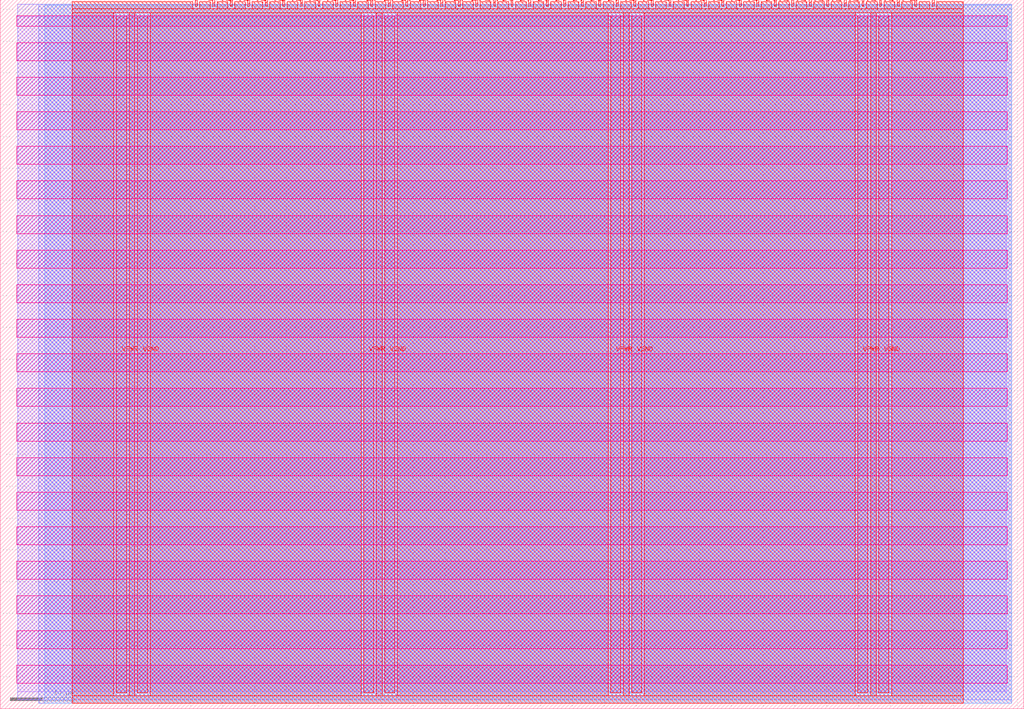
<source format=lef>
VERSION 5.7 ;
  NOWIREEXTENSIONATPIN ON ;
  DIVIDERCHAR "/" ;
  BUSBITCHARS "[]" ;
MACRO tt_um_tinytapeout_logo_screensaver
  CLASS BLOCK ;
  FOREIGN tt_um_tinytapeout_logo_screensaver ;
  ORIGIN 0.000 0.000 ;
  SIZE 161.000 BY 111.520 ;
  PIN VGND
    DIRECTION INOUT ;
    USE GROUND ;
    PORT
      LAYER met4 ;
        RECT 21.580 2.480 23.180 109.040 ;
    END
    PORT
      LAYER met4 ;
        RECT 60.450 2.480 62.050 109.040 ;
    END
    PORT
      LAYER met4 ;
        RECT 99.320 2.480 100.920 109.040 ;
    END
    PORT
      LAYER met4 ;
        RECT 138.190 2.480 139.790 109.040 ;
    END
  END VGND
  PIN VPWR
    DIRECTION INOUT ;
    USE POWER ;
    PORT
      LAYER met4 ;
        RECT 18.280 2.480 19.880 109.040 ;
    END
    PORT
      LAYER met4 ;
        RECT 57.150 2.480 58.750 109.040 ;
    END
    PORT
      LAYER met4 ;
        RECT 96.020 2.480 97.620 109.040 ;
    END
    PORT
      LAYER met4 ;
        RECT 134.890 2.480 136.490 109.040 ;
    END
  END VPWR
  PIN clk
    DIRECTION INPUT ;
    USE SIGNAL ;
    ANTENNAGATEAREA 0.852000 ;
    PORT
      LAYER met4 ;
        RECT 143.830 110.520 144.130 111.520 ;
    END
  END clk
  PIN ena
    DIRECTION INPUT ;
    USE SIGNAL ;
    PORT
      LAYER met4 ;
        RECT 146.590 110.520 146.890 111.520 ;
    END
  END ena
  PIN rst_n
    DIRECTION INPUT ;
    USE SIGNAL ;
    ANTENNAGATEAREA 0.126000 ;
    PORT
      LAYER met4 ;
        RECT 141.070 110.520 141.370 111.520 ;
    END
  END rst_n
  PIN ui_in[0]
    DIRECTION INPUT ;
    USE SIGNAL ;
    ANTENNAGATEAREA 0.196500 ;
    ANTENNADIFFAREA 0.434700 ;
    PORT
      LAYER met4 ;
        RECT 138.310 110.520 138.610 111.520 ;
    END
  END ui_in[0]
  PIN ui_in[1]
    DIRECTION INPUT ;
    USE SIGNAL ;
    ANTENNAGATEAREA 0.213000 ;
    PORT
      LAYER met4 ;
        RECT 135.550 110.520 135.850 111.520 ;
    END
  END ui_in[1]
  PIN ui_in[2]
    DIRECTION INPUT ;
    USE SIGNAL ;
    PORT
      LAYER met4 ;
        RECT 132.790 110.520 133.090 111.520 ;
    END
  END ui_in[2]
  PIN ui_in[3]
    DIRECTION INPUT ;
    USE SIGNAL ;
    PORT
      LAYER met4 ;
        RECT 130.030 110.520 130.330 111.520 ;
    END
  END ui_in[3]
  PIN ui_in[4]
    DIRECTION INPUT ;
    USE SIGNAL ;
    PORT
      LAYER met4 ;
        RECT 127.270 110.520 127.570 111.520 ;
    END
  END ui_in[4]
  PIN ui_in[5]
    DIRECTION INPUT ;
    USE SIGNAL ;
    PORT
      LAYER met4 ;
        RECT 124.510 110.520 124.810 111.520 ;
    END
  END ui_in[5]
  PIN ui_in[6]
    DIRECTION INPUT ;
    USE SIGNAL ;
    PORT
      LAYER met4 ;
        RECT 121.750 110.520 122.050 111.520 ;
    END
  END ui_in[6]
  PIN ui_in[7]
    DIRECTION INPUT ;
    USE SIGNAL ;
    PORT
      LAYER met4 ;
        RECT 118.990 110.520 119.290 111.520 ;
    END
  END ui_in[7]
  PIN uio_in[0]
    DIRECTION INPUT ;
    USE SIGNAL ;
    PORT
      LAYER met4 ;
        RECT 116.230 110.520 116.530 111.520 ;
    END
  END uio_in[0]
  PIN uio_in[1]
    DIRECTION INPUT ;
    USE SIGNAL ;
    PORT
      LAYER met4 ;
        RECT 113.470 110.520 113.770 111.520 ;
    END
  END uio_in[1]
  PIN uio_in[2]
    DIRECTION INPUT ;
    USE SIGNAL ;
    PORT
      LAYER met4 ;
        RECT 110.710 110.520 111.010 111.520 ;
    END
  END uio_in[2]
  PIN uio_in[3]
    DIRECTION INPUT ;
    USE SIGNAL ;
    PORT
      LAYER met4 ;
        RECT 107.950 110.520 108.250 111.520 ;
    END
  END uio_in[3]
  PIN uio_in[4]
    DIRECTION INPUT ;
    USE SIGNAL ;
    PORT
      LAYER met4 ;
        RECT 105.190 110.520 105.490 111.520 ;
    END
  END uio_in[4]
  PIN uio_in[5]
    DIRECTION INPUT ;
    USE SIGNAL ;
    PORT
      LAYER met4 ;
        RECT 102.430 110.520 102.730 111.520 ;
    END
  END uio_in[5]
  PIN uio_in[6]
    DIRECTION INPUT ;
    USE SIGNAL ;
    PORT
      LAYER met4 ;
        RECT 99.670 110.520 99.970 111.520 ;
    END
  END uio_in[6]
  PIN uio_in[7]
    DIRECTION INPUT ;
    USE SIGNAL ;
    PORT
      LAYER met4 ;
        RECT 96.910 110.520 97.210 111.520 ;
    END
  END uio_in[7]
  PIN uio_oe[0]
    DIRECTION OUTPUT ;
    USE SIGNAL ;
    ANTENNADIFFAREA 0.445500 ;
    PORT
      LAYER met4 ;
        RECT 49.990 110.520 50.290 111.520 ;
    END
  END uio_oe[0]
  PIN uio_oe[1]
    DIRECTION OUTPUT ;
    USE SIGNAL ;
    ANTENNADIFFAREA 0.445500 ;
    PORT
      LAYER met4 ;
        RECT 47.230 110.520 47.530 111.520 ;
    END
  END uio_oe[1]
  PIN uio_oe[2]
    DIRECTION OUTPUT ;
    USE SIGNAL ;
    ANTENNADIFFAREA 0.445500 ;
    PORT
      LAYER met4 ;
        RECT 44.470 110.520 44.770 111.520 ;
    END
  END uio_oe[2]
  PIN uio_oe[3]
    DIRECTION OUTPUT ;
    USE SIGNAL ;
    ANTENNADIFFAREA 0.445500 ;
    PORT
      LAYER met4 ;
        RECT 41.710 110.520 42.010 111.520 ;
    END
  END uio_oe[3]
  PIN uio_oe[4]
    DIRECTION OUTPUT ;
    USE SIGNAL ;
    ANTENNADIFFAREA 0.445500 ;
    PORT
      LAYER met4 ;
        RECT 38.950 110.520 39.250 111.520 ;
    END
  END uio_oe[4]
  PIN uio_oe[5]
    DIRECTION OUTPUT ;
    USE SIGNAL ;
    ANTENNADIFFAREA 0.445500 ;
    PORT
      LAYER met4 ;
        RECT 36.190 110.520 36.490 111.520 ;
    END
  END uio_oe[5]
  PIN uio_oe[6]
    DIRECTION OUTPUT ;
    USE SIGNAL ;
    ANTENNADIFFAREA 0.445500 ;
    PORT
      LAYER met4 ;
        RECT 33.430 110.520 33.730 111.520 ;
    END
  END uio_oe[6]
  PIN uio_oe[7]
    DIRECTION OUTPUT ;
    USE SIGNAL ;
    ANTENNADIFFAREA 0.445500 ;
    PORT
      LAYER met4 ;
        RECT 30.670 110.520 30.970 111.520 ;
    END
  END uio_oe[7]
  PIN uio_out[0]
    DIRECTION OUTPUT ;
    USE SIGNAL ;
    ANTENNADIFFAREA 0.445500 ;
    PORT
      LAYER met4 ;
        RECT 72.070 110.520 72.370 111.520 ;
    END
  END uio_out[0]
  PIN uio_out[1]
    DIRECTION OUTPUT ;
    USE SIGNAL ;
    ANTENNADIFFAREA 0.445500 ;
    PORT
      LAYER met4 ;
        RECT 69.310 110.520 69.610 111.520 ;
    END
  END uio_out[1]
  PIN uio_out[2]
    DIRECTION OUTPUT ;
    USE SIGNAL ;
    ANTENNADIFFAREA 0.445500 ;
    PORT
      LAYER met4 ;
        RECT 66.550 110.520 66.850 111.520 ;
    END
  END uio_out[2]
  PIN uio_out[3]
    DIRECTION OUTPUT ;
    USE SIGNAL ;
    ANTENNADIFFAREA 0.445500 ;
    PORT
      LAYER met4 ;
        RECT 63.790 110.520 64.090 111.520 ;
    END
  END uio_out[3]
  PIN uio_out[4]
    DIRECTION OUTPUT ;
    USE SIGNAL ;
    ANTENNADIFFAREA 0.445500 ;
    PORT
      LAYER met4 ;
        RECT 61.030 110.520 61.330 111.520 ;
    END
  END uio_out[4]
  PIN uio_out[5]
    DIRECTION OUTPUT ;
    USE SIGNAL ;
    ANTENNADIFFAREA 0.445500 ;
    PORT
      LAYER met4 ;
        RECT 58.270 110.520 58.570 111.520 ;
    END
  END uio_out[5]
  PIN uio_out[6]
    DIRECTION OUTPUT ;
    USE SIGNAL ;
    ANTENNADIFFAREA 0.445500 ;
    PORT
      LAYER met4 ;
        RECT 55.510 110.520 55.810 111.520 ;
    END
  END uio_out[6]
  PIN uio_out[7]
    DIRECTION OUTPUT ;
    USE SIGNAL ;
    ANTENNADIFFAREA 0.445500 ;
    PORT
      LAYER met4 ;
        RECT 52.750 110.520 53.050 111.520 ;
    END
  END uio_out[7]
  PIN uo_out[0]
    DIRECTION OUTPUT ;
    USE SIGNAL ;
    ANTENNADIFFAREA 0.445500 ;
    PORT
      LAYER met4 ;
        RECT 94.150 110.520 94.450 111.520 ;
    END
  END uo_out[0]
  PIN uo_out[1]
    DIRECTION OUTPUT ;
    USE SIGNAL ;
    ANTENNADIFFAREA 0.445500 ;
    PORT
      LAYER met4 ;
        RECT 91.390 110.520 91.690 111.520 ;
    END
  END uo_out[1]
  PIN uo_out[2]
    DIRECTION OUTPUT ;
    USE SIGNAL ;
    ANTENNADIFFAREA 0.445500 ;
    PORT
      LAYER met4 ;
        RECT 88.630 110.520 88.930 111.520 ;
    END
  END uo_out[2]
  PIN uo_out[3]
    DIRECTION OUTPUT ;
    USE SIGNAL ;
    ANTENNADIFFAREA 0.795200 ;
    PORT
      LAYER met4 ;
        RECT 85.870 110.520 86.170 111.520 ;
    END
  END uo_out[3]
  PIN uo_out[4]
    DIRECTION OUTPUT ;
    USE SIGNAL ;
    ANTENNADIFFAREA 0.445500 ;
    PORT
      LAYER met4 ;
        RECT 83.110 110.520 83.410 111.520 ;
    END
  END uo_out[4]
  PIN uo_out[5]
    DIRECTION OUTPUT ;
    USE SIGNAL ;
    ANTENNADIFFAREA 0.445500 ;
    PORT
      LAYER met4 ;
        RECT 80.350 110.520 80.650 111.520 ;
    END
  END uo_out[5]
  PIN uo_out[6]
    DIRECTION OUTPUT ;
    USE SIGNAL ;
    ANTENNADIFFAREA 0.445500 ;
    PORT
      LAYER met4 ;
        RECT 77.590 110.520 77.890 111.520 ;
    END
  END uo_out[6]
  PIN uo_out[7]
    DIRECTION OUTPUT ;
    USE SIGNAL ;
    ANTENNADIFFAREA 0.445500 ;
    PORT
      LAYER met4 ;
        RECT 74.830 110.520 75.130 111.520 ;
    END
  END uo_out[7]
  OBS
      LAYER nwell ;
        RECT 2.570 107.385 158.430 108.990 ;
        RECT 2.570 101.945 158.430 104.775 ;
        RECT 2.570 96.505 158.430 99.335 ;
        RECT 2.570 91.065 158.430 93.895 ;
        RECT 2.570 85.625 158.430 88.455 ;
        RECT 2.570 80.185 158.430 83.015 ;
        RECT 2.570 74.745 158.430 77.575 ;
        RECT 2.570 69.305 158.430 72.135 ;
        RECT 2.570 63.865 158.430 66.695 ;
        RECT 2.570 58.425 158.430 61.255 ;
        RECT 2.570 52.985 158.430 55.815 ;
        RECT 2.570 47.545 158.430 50.375 ;
        RECT 2.570 42.105 158.430 44.935 ;
        RECT 2.570 36.665 158.430 39.495 ;
        RECT 2.570 31.225 158.430 34.055 ;
        RECT 2.570 25.785 158.430 28.615 ;
        RECT 2.570 20.345 158.430 23.175 ;
        RECT 2.570 14.905 158.430 17.735 ;
        RECT 2.570 9.465 158.430 12.295 ;
        RECT 2.570 4.025 158.430 6.855 ;
      LAYER li1 ;
        RECT 2.760 2.635 158.240 108.885 ;
      LAYER met1 ;
        RECT 2.760 1.400 159.090 110.800 ;
      LAYER met2 ;
        RECT 6.080 0.835 159.070 110.830 ;
      LAYER met3 ;
        RECT 6.965 0.855 159.095 110.665 ;
      LAYER met4 ;
        RECT 11.335 110.120 30.270 111.170 ;
        RECT 31.370 110.120 33.030 111.170 ;
        RECT 34.130 110.120 35.790 111.170 ;
        RECT 36.890 110.120 38.550 111.170 ;
        RECT 39.650 110.120 41.310 111.170 ;
        RECT 42.410 110.120 44.070 111.170 ;
        RECT 45.170 110.120 46.830 111.170 ;
        RECT 47.930 110.120 49.590 111.170 ;
        RECT 50.690 110.120 52.350 111.170 ;
        RECT 53.450 110.120 55.110 111.170 ;
        RECT 56.210 110.120 57.870 111.170 ;
        RECT 58.970 110.120 60.630 111.170 ;
        RECT 61.730 110.120 63.390 111.170 ;
        RECT 64.490 110.120 66.150 111.170 ;
        RECT 67.250 110.120 68.910 111.170 ;
        RECT 70.010 110.120 71.670 111.170 ;
        RECT 72.770 110.120 74.430 111.170 ;
        RECT 75.530 110.120 77.190 111.170 ;
        RECT 78.290 110.120 79.950 111.170 ;
        RECT 81.050 110.120 82.710 111.170 ;
        RECT 83.810 110.120 85.470 111.170 ;
        RECT 86.570 110.120 88.230 111.170 ;
        RECT 89.330 110.120 90.990 111.170 ;
        RECT 92.090 110.120 93.750 111.170 ;
        RECT 94.850 110.120 96.510 111.170 ;
        RECT 97.610 110.120 99.270 111.170 ;
        RECT 100.370 110.120 102.030 111.170 ;
        RECT 103.130 110.120 104.790 111.170 ;
        RECT 105.890 110.120 107.550 111.170 ;
        RECT 108.650 110.120 110.310 111.170 ;
        RECT 111.410 110.120 113.070 111.170 ;
        RECT 114.170 110.120 115.830 111.170 ;
        RECT 116.930 110.120 118.590 111.170 ;
        RECT 119.690 110.120 121.350 111.170 ;
        RECT 122.450 110.120 124.110 111.170 ;
        RECT 125.210 110.120 126.870 111.170 ;
        RECT 127.970 110.120 129.630 111.170 ;
        RECT 130.730 110.120 132.390 111.170 ;
        RECT 133.490 110.120 135.150 111.170 ;
        RECT 136.250 110.120 137.910 111.170 ;
        RECT 139.010 110.120 140.670 111.170 ;
        RECT 141.770 110.120 143.430 111.170 ;
        RECT 144.530 110.120 146.190 111.170 ;
        RECT 147.290 110.120 151.505 111.170 ;
        RECT 11.335 109.440 151.505 110.120 ;
        RECT 11.335 2.080 17.880 109.440 ;
        RECT 20.280 2.080 21.180 109.440 ;
        RECT 23.580 2.080 56.750 109.440 ;
        RECT 59.150 2.080 60.050 109.440 ;
        RECT 62.450 2.080 95.620 109.440 ;
        RECT 98.020 2.080 98.920 109.440 ;
        RECT 101.320 2.080 134.490 109.440 ;
        RECT 136.890 2.080 137.790 109.440 ;
        RECT 140.190 2.080 151.505 109.440 ;
        RECT 11.335 0.855 151.505 2.080 ;
  END
END tt_um_tinytapeout_logo_screensaver
END LIBRARY


</source>
